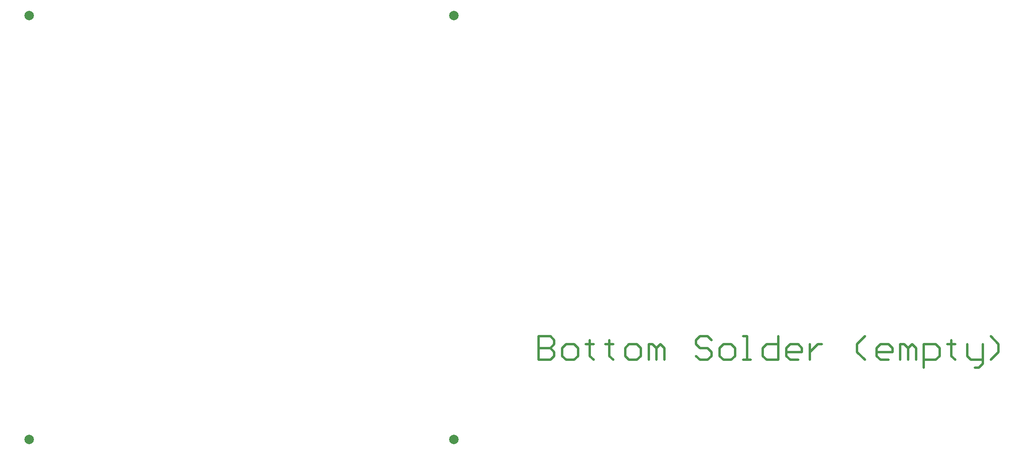
<source format=gbs>
G04*
G04 #@! TF.GenerationSoftware,Altium Limited,Altium Designer,20.1.12 (249)*
G04*
G04 Layer_Color=16711935*
%FSLAX25Y25*%
%MOIN*%
G70*
G04*
G04 #@! TF.SameCoordinates,10A71D64-1B4C-4714-A74F-2103D96C3F9B*
G04*
G04*
G04 #@! TF.FilePolarity,Negative*
G04*
G01*
G75*
%ADD11C,0.01968*%
%ADD63C,0.07874*%
D11*
X444776Y153137D02*
Y133458D01*
X454615D01*
X457895Y136738D01*
Y140018D01*
X454615Y143297D01*
X444776D01*
X454615D01*
X457895Y146577D01*
Y149857D01*
X454615Y153137D01*
X444776D01*
X467734Y133458D02*
X474294D01*
X477573Y136738D01*
Y143297D01*
X474294Y146577D01*
X467734D01*
X464454Y143297D01*
Y136738D01*
X467734Y133458D01*
X487413Y149857D02*
Y146577D01*
X484133D01*
X490693D01*
X487413D01*
Y136738D01*
X490693Y133458D01*
X503812Y149857D02*
Y146577D01*
X500532D01*
X507091D01*
X503812D01*
Y136738D01*
X507091Y133458D01*
X520211D02*
X526770D01*
X530050Y136738D01*
Y143297D01*
X526770Y146577D01*
X520211D01*
X516931Y143297D01*
Y136738D01*
X520211Y133458D01*
X536609D02*
Y146577D01*
X539889D01*
X543169Y143297D01*
Y133458D01*
Y143297D01*
X546449Y146577D01*
X549728Y143297D01*
Y133458D01*
X589086Y149857D02*
X585806Y153137D01*
X579247D01*
X575967Y149857D01*
Y146577D01*
X579247Y143297D01*
X585806D01*
X589086Y140018D01*
Y136738D01*
X585806Y133458D01*
X579247D01*
X575967Y136738D01*
X598925Y133458D02*
X605485D01*
X608765Y136738D01*
Y143297D01*
X605485Y146577D01*
X598925D01*
X595646Y143297D01*
Y136738D01*
X598925Y133458D01*
X615324D02*
X621884D01*
X618604D01*
Y153137D01*
X615324D01*
X644842D02*
Y133458D01*
X635003D01*
X631723Y136738D01*
Y143297D01*
X635003Y146577D01*
X644842D01*
X661241Y133458D02*
X654681D01*
X651402Y136738D01*
Y143297D01*
X654681Y146577D01*
X661241D01*
X664521Y143297D01*
Y140018D01*
X651402D01*
X671080Y146577D02*
Y133458D01*
Y140018D01*
X674360Y143297D01*
X677640Y146577D01*
X680920D01*
X716997Y133458D02*
X710438Y140018D01*
Y146577D01*
X716997Y153137D01*
X736676Y133458D02*
X730116D01*
X726837Y136738D01*
Y143297D01*
X730116Y146577D01*
X736676D01*
X739956Y143297D01*
Y140018D01*
X726837D01*
X746515Y133458D02*
Y146577D01*
X749795D01*
X753075Y143297D01*
Y133458D01*
Y143297D01*
X756355Y146577D01*
X759634Y143297D01*
Y133458D01*
X766194Y126898D02*
Y146577D01*
X776033D01*
X779313Y143297D01*
Y136738D01*
X776033Y133458D01*
X766194D01*
X789152Y149857D02*
Y146577D01*
X785873D01*
X792432D01*
X789152D01*
Y136738D01*
X792432Y133458D01*
X802272Y146577D02*
Y136738D01*
X805551Y133458D01*
X815391D01*
Y130178D01*
X812111Y126898D01*
X808831D01*
X815391Y133458D02*
Y146577D01*
X821950Y133458D02*
X828510Y140018D01*
Y146577D01*
X821950Y153137D01*
D63*
X374016Y66929D02*
D03*
X374016Y421260D02*
D03*
X19685D02*
D03*
X19685Y66929D02*
D03*
M02*

</source>
